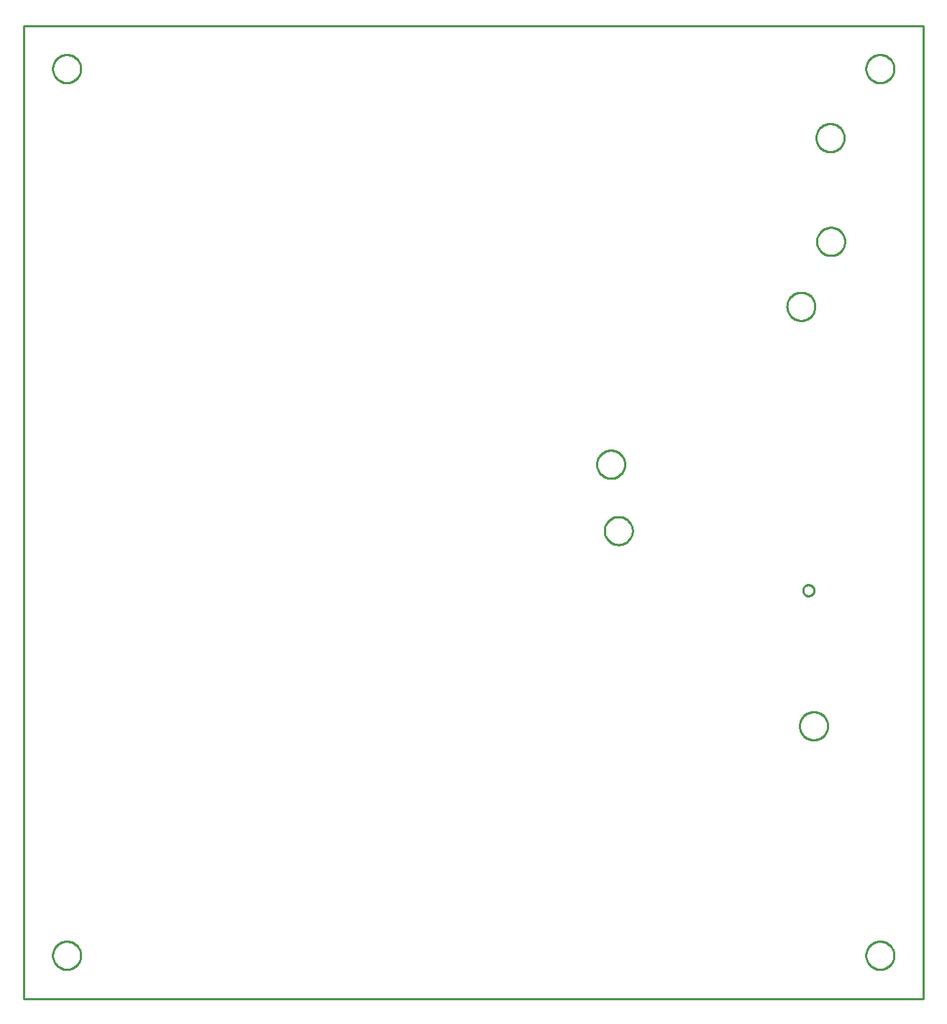
<source format=gbr>
G04 EAGLE Gerber RS-274X export*
G75*
%MOMM*%
%FSLAX34Y34*%
%LPD*%
%IN*%
%IPPOS*%
%AMOC8*
5,1,8,0,0,1.08239X$1,22.5*%
G01*
%ADD10C,0.254000*%


D10*
X-55880Y-53340D02*
X1003300Y-53340D01*
X1003300Y1092200D01*
X-55880Y1092200D01*
X-55880Y-53340D01*
X969010Y-3080D02*
X968939Y-4159D01*
X968798Y-5231D01*
X968587Y-6291D01*
X968308Y-7335D01*
X967960Y-8359D01*
X967546Y-9357D01*
X967068Y-10327D01*
X966528Y-11263D01*
X965927Y-12162D01*
X965269Y-13019D01*
X964557Y-13832D01*
X963792Y-14597D01*
X962979Y-15309D01*
X962122Y-15967D01*
X961223Y-16568D01*
X960287Y-17108D01*
X959317Y-17586D01*
X958319Y-18000D01*
X957295Y-18348D01*
X956251Y-18627D01*
X955191Y-18838D01*
X954119Y-18979D01*
X953040Y-19050D01*
X951960Y-19050D01*
X950881Y-18979D01*
X949809Y-18838D01*
X948749Y-18627D01*
X947705Y-18348D01*
X946681Y-18000D01*
X945683Y-17586D01*
X944713Y-17108D01*
X943777Y-16568D01*
X942878Y-15967D01*
X942021Y-15309D01*
X941208Y-14597D01*
X940444Y-13832D01*
X939731Y-13019D01*
X939073Y-12162D01*
X938472Y-11263D01*
X937932Y-10327D01*
X937454Y-9357D01*
X937040Y-8359D01*
X936692Y-7335D01*
X936413Y-6291D01*
X936202Y-5231D01*
X936061Y-4159D01*
X935990Y-3080D01*
X935990Y-2000D01*
X936061Y-921D01*
X936202Y151D01*
X936413Y1211D01*
X936692Y2255D01*
X937040Y3279D01*
X937454Y4277D01*
X937932Y5247D01*
X938472Y6183D01*
X939073Y7082D01*
X939731Y7939D01*
X940444Y8752D01*
X941208Y9517D01*
X942021Y10229D01*
X942878Y10887D01*
X943777Y11488D01*
X944713Y12028D01*
X945683Y12506D01*
X946681Y12920D01*
X947705Y13268D01*
X948749Y13547D01*
X949809Y13758D01*
X950881Y13899D01*
X951960Y13970D01*
X953040Y13970D01*
X954119Y13899D01*
X955191Y13758D01*
X956251Y13547D01*
X957295Y13268D01*
X958319Y12920D01*
X959317Y12506D01*
X960287Y12028D01*
X961223Y11488D01*
X962122Y10887D01*
X962979Y10229D01*
X963792Y9517D01*
X964557Y8752D01*
X965269Y7939D01*
X965927Y7082D01*
X966528Y6183D01*
X967068Y5247D01*
X967546Y4277D01*
X967960Y3279D01*
X968308Y2255D01*
X968587Y1211D01*
X968798Y151D01*
X968939Y-921D01*
X969010Y-2000D01*
X969010Y-3080D01*
X11430Y-3080D02*
X11359Y-4159D01*
X11218Y-5231D01*
X11007Y-6291D01*
X10728Y-7335D01*
X10380Y-8359D01*
X9966Y-9357D01*
X9488Y-10327D01*
X8948Y-11263D01*
X8347Y-12162D01*
X7689Y-13019D01*
X6977Y-13832D01*
X6212Y-14597D01*
X5399Y-15309D01*
X4542Y-15967D01*
X3643Y-16568D01*
X2707Y-17108D01*
X1737Y-17586D01*
X739Y-18000D01*
X-285Y-18348D01*
X-1329Y-18627D01*
X-2389Y-18838D01*
X-3461Y-18979D01*
X-4540Y-19050D01*
X-5620Y-19050D01*
X-6699Y-18979D01*
X-7771Y-18838D01*
X-8831Y-18627D01*
X-9875Y-18348D01*
X-10899Y-18000D01*
X-11897Y-17586D01*
X-12867Y-17108D01*
X-13803Y-16568D01*
X-14702Y-15967D01*
X-15559Y-15309D01*
X-16372Y-14597D01*
X-17137Y-13832D01*
X-17849Y-13019D01*
X-18507Y-12162D01*
X-19108Y-11263D01*
X-19648Y-10327D01*
X-20126Y-9357D01*
X-20540Y-8359D01*
X-20888Y-7335D01*
X-21167Y-6291D01*
X-21378Y-5231D01*
X-21519Y-4159D01*
X-21590Y-3080D01*
X-21590Y-2000D01*
X-21519Y-921D01*
X-21378Y151D01*
X-21167Y1211D01*
X-20888Y2255D01*
X-20540Y3279D01*
X-20126Y4277D01*
X-19648Y5247D01*
X-19108Y6183D01*
X-18507Y7082D01*
X-17849Y7939D01*
X-17137Y8752D01*
X-16372Y9517D01*
X-15559Y10229D01*
X-14702Y10887D01*
X-13803Y11488D01*
X-12867Y12028D01*
X-11897Y12506D01*
X-10899Y12920D01*
X-9875Y13268D01*
X-8831Y13547D01*
X-7771Y13758D01*
X-6699Y13899D01*
X-5620Y13970D01*
X-4540Y13970D01*
X-3461Y13899D01*
X-2389Y13758D01*
X-1329Y13547D01*
X-285Y13268D01*
X739Y12920D01*
X1737Y12506D01*
X2707Y12028D01*
X3643Y11488D01*
X4542Y10887D01*
X5399Y10229D01*
X6212Y9517D01*
X6977Y8752D01*
X7689Y7939D01*
X8347Y7082D01*
X8948Y6183D01*
X9488Y5247D01*
X9966Y4277D01*
X10380Y3279D01*
X10728Y2255D01*
X11007Y1211D01*
X11218Y151D01*
X11359Y-921D01*
X11430Y-2000D01*
X11430Y-3080D01*
X11430Y1040860D02*
X11359Y1039781D01*
X11218Y1038709D01*
X11007Y1037649D01*
X10728Y1036605D01*
X10380Y1035581D01*
X9966Y1034583D01*
X9488Y1033613D01*
X8948Y1032677D01*
X8347Y1031778D01*
X7689Y1030921D01*
X6977Y1030108D01*
X6212Y1029344D01*
X5399Y1028631D01*
X4542Y1027973D01*
X3643Y1027372D01*
X2707Y1026832D01*
X1737Y1026354D01*
X739Y1025940D01*
X-285Y1025592D01*
X-1329Y1025313D01*
X-2389Y1025102D01*
X-3461Y1024961D01*
X-4540Y1024890D01*
X-5620Y1024890D01*
X-6699Y1024961D01*
X-7771Y1025102D01*
X-8831Y1025313D01*
X-9875Y1025592D01*
X-10899Y1025940D01*
X-11897Y1026354D01*
X-12867Y1026832D01*
X-13803Y1027372D01*
X-14702Y1027973D01*
X-15559Y1028631D01*
X-16372Y1029344D01*
X-17137Y1030108D01*
X-17849Y1030921D01*
X-18507Y1031778D01*
X-19108Y1032677D01*
X-19648Y1033613D01*
X-20126Y1034583D01*
X-20540Y1035581D01*
X-20888Y1036605D01*
X-21167Y1037649D01*
X-21378Y1038709D01*
X-21519Y1039781D01*
X-21590Y1040860D01*
X-21590Y1041940D01*
X-21519Y1043019D01*
X-21378Y1044091D01*
X-21167Y1045151D01*
X-20888Y1046195D01*
X-20540Y1047219D01*
X-20126Y1048217D01*
X-19648Y1049187D01*
X-19108Y1050123D01*
X-18507Y1051022D01*
X-17849Y1051879D01*
X-17137Y1052692D01*
X-16372Y1053457D01*
X-15559Y1054169D01*
X-14702Y1054827D01*
X-13803Y1055428D01*
X-12867Y1055968D01*
X-11897Y1056446D01*
X-10899Y1056860D01*
X-9875Y1057208D01*
X-8831Y1057487D01*
X-7771Y1057698D01*
X-6699Y1057839D01*
X-5620Y1057910D01*
X-4540Y1057910D01*
X-3461Y1057839D01*
X-2389Y1057698D01*
X-1329Y1057487D01*
X-285Y1057208D01*
X739Y1056860D01*
X1737Y1056446D01*
X2707Y1055968D01*
X3643Y1055428D01*
X4542Y1054827D01*
X5399Y1054169D01*
X6212Y1053457D01*
X6977Y1052692D01*
X7689Y1051879D01*
X8347Y1051022D01*
X8948Y1050123D01*
X9488Y1049187D01*
X9966Y1048217D01*
X10380Y1047219D01*
X10728Y1046195D01*
X11007Y1045151D01*
X11218Y1044091D01*
X11359Y1043019D01*
X11430Y1041940D01*
X11430Y1040860D01*
X969010Y1040860D02*
X968939Y1039781D01*
X968798Y1038709D01*
X968587Y1037649D01*
X968308Y1036605D01*
X967960Y1035581D01*
X967546Y1034583D01*
X967068Y1033613D01*
X966528Y1032677D01*
X965927Y1031778D01*
X965269Y1030921D01*
X964557Y1030108D01*
X963792Y1029344D01*
X962979Y1028631D01*
X962122Y1027973D01*
X961223Y1027372D01*
X960287Y1026832D01*
X959317Y1026354D01*
X958319Y1025940D01*
X957295Y1025592D01*
X956251Y1025313D01*
X955191Y1025102D01*
X954119Y1024961D01*
X953040Y1024890D01*
X951960Y1024890D01*
X950881Y1024961D01*
X949809Y1025102D01*
X948749Y1025313D01*
X947705Y1025592D01*
X946681Y1025940D01*
X945683Y1026354D01*
X944713Y1026832D01*
X943777Y1027372D01*
X942878Y1027973D01*
X942021Y1028631D01*
X941208Y1029344D01*
X940444Y1030108D01*
X939731Y1030921D01*
X939073Y1031778D01*
X938472Y1032677D01*
X937932Y1033613D01*
X937454Y1034583D01*
X937040Y1035581D01*
X936692Y1036605D01*
X936413Y1037649D01*
X936202Y1038709D01*
X936061Y1039781D01*
X935990Y1040860D01*
X935990Y1041940D01*
X936061Y1043019D01*
X936202Y1044091D01*
X936413Y1045151D01*
X936692Y1046195D01*
X937040Y1047219D01*
X937454Y1048217D01*
X937932Y1049187D01*
X938472Y1050123D01*
X939073Y1051022D01*
X939731Y1051879D01*
X940444Y1052692D01*
X941208Y1053457D01*
X942021Y1054169D01*
X942878Y1054827D01*
X943777Y1055428D01*
X944713Y1055968D01*
X945683Y1056446D01*
X946681Y1056860D01*
X947705Y1057208D01*
X948749Y1057487D01*
X949809Y1057698D01*
X950881Y1057839D01*
X951960Y1057910D01*
X953040Y1057910D01*
X954119Y1057839D01*
X955191Y1057698D01*
X956251Y1057487D01*
X957295Y1057208D01*
X958319Y1056860D01*
X959317Y1056446D01*
X960287Y1055968D01*
X961223Y1055428D01*
X962122Y1054827D01*
X962979Y1054169D01*
X963792Y1053457D01*
X964557Y1052692D01*
X965269Y1051879D01*
X965927Y1051022D01*
X966528Y1050123D01*
X967068Y1049187D01*
X967546Y1048217D01*
X967960Y1047219D01*
X968308Y1046195D01*
X968587Y1045151D01*
X968798Y1044091D01*
X968939Y1043019D01*
X969010Y1041940D01*
X969010Y1040860D01*
X893286Y943610D02*
X892207Y943681D01*
X891135Y943822D01*
X890075Y944033D01*
X889031Y944312D01*
X888007Y944660D01*
X887009Y945074D01*
X886039Y945552D01*
X885103Y946092D01*
X884204Y946693D01*
X883347Y947351D01*
X882534Y948064D01*
X881770Y948828D01*
X881057Y949641D01*
X880399Y950498D01*
X879798Y951397D01*
X879258Y952333D01*
X878780Y953303D01*
X878366Y954301D01*
X878018Y955325D01*
X877739Y956369D01*
X877528Y957429D01*
X877387Y958501D01*
X877316Y959580D01*
X877316Y960660D01*
X877387Y961739D01*
X877528Y962811D01*
X877739Y963871D01*
X878018Y964915D01*
X878366Y965939D01*
X878780Y966937D01*
X879258Y967907D01*
X879798Y968843D01*
X880399Y969742D01*
X881057Y970599D01*
X881770Y971412D01*
X882534Y972177D01*
X883347Y972889D01*
X884204Y973547D01*
X885103Y974148D01*
X886039Y974688D01*
X887009Y975166D01*
X888007Y975580D01*
X889031Y975928D01*
X890075Y976207D01*
X891135Y976418D01*
X892207Y976559D01*
X893286Y976630D01*
X894366Y976630D01*
X895445Y976559D01*
X896517Y976418D01*
X897577Y976207D01*
X898621Y975928D01*
X899645Y975580D01*
X900643Y975166D01*
X901613Y974688D01*
X902549Y974148D01*
X903448Y973547D01*
X904305Y972889D01*
X905118Y972177D01*
X905883Y971412D01*
X906595Y970599D01*
X907253Y969742D01*
X907854Y968843D01*
X908394Y967907D01*
X908872Y966937D01*
X909286Y965939D01*
X909634Y964915D01*
X909913Y963871D01*
X910124Y962811D01*
X910265Y961739D01*
X910336Y960660D01*
X910336Y959580D01*
X910265Y958501D01*
X910124Y957429D01*
X909913Y956369D01*
X909634Y955325D01*
X909286Y954301D01*
X908872Y953303D01*
X908394Y952333D01*
X907854Y951397D01*
X907253Y950498D01*
X906595Y949641D01*
X905883Y948828D01*
X905118Y948064D01*
X904305Y947351D01*
X903448Y946693D01*
X902549Y946092D01*
X901613Y945552D01*
X900643Y945074D01*
X899645Y944660D01*
X898621Y944312D01*
X897577Y944033D01*
X896517Y943822D01*
X895445Y943681D01*
X894366Y943610D01*
X893286Y943610D01*
X894048Y821436D02*
X892969Y821507D01*
X891897Y821648D01*
X890837Y821859D01*
X889793Y822138D01*
X888769Y822486D01*
X887771Y822900D01*
X886801Y823378D01*
X885865Y823918D01*
X884966Y824519D01*
X884109Y825177D01*
X883296Y825890D01*
X882532Y826654D01*
X881819Y827467D01*
X881161Y828324D01*
X880560Y829223D01*
X880020Y830159D01*
X879542Y831129D01*
X879128Y832127D01*
X878780Y833151D01*
X878501Y834195D01*
X878290Y835255D01*
X878149Y836327D01*
X878078Y837406D01*
X878078Y838486D01*
X878149Y839565D01*
X878290Y840637D01*
X878501Y841697D01*
X878780Y842741D01*
X879128Y843765D01*
X879542Y844763D01*
X880020Y845733D01*
X880560Y846669D01*
X881161Y847568D01*
X881819Y848425D01*
X882532Y849238D01*
X883296Y850003D01*
X884109Y850715D01*
X884966Y851373D01*
X885865Y851974D01*
X886801Y852514D01*
X887771Y852992D01*
X888769Y853406D01*
X889793Y853754D01*
X890837Y854033D01*
X891897Y854244D01*
X892969Y854385D01*
X894048Y854456D01*
X895128Y854456D01*
X896207Y854385D01*
X897279Y854244D01*
X898339Y854033D01*
X899383Y853754D01*
X900407Y853406D01*
X901405Y852992D01*
X902375Y852514D01*
X903311Y851974D01*
X904210Y851373D01*
X905067Y850715D01*
X905880Y850003D01*
X906645Y849238D01*
X907357Y848425D01*
X908015Y847568D01*
X908616Y846669D01*
X909156Y845733D01*
X909634Y844763D01*
X910048Y843765D01*
X910396Y842741D01*
X910675Y841697D01*
X910886Y840637D01*
X911027Y839565D01*
X911098Y838486D01*
X911098Y837406D01*
X911027Y836327D01*
X910886Y835255D01*
X910675Y834195D01*
X910396Y833151D01*
X910048Y832127D01*
X909634Y831129D01*
X909156Y830159D01*
X908616Y829223D01*
X908015Y828324D01*
X907357Y827467D01*
X906645Y826654D01*
X905880Y825890D01*
X905067Y825177D01*
X904210Y824519D01*
X903311Y823918D01*
X902375Y823378D01*
X901405Y822900D01*
X900407Y822486D01*
X899383Y822138D01*
X898339Y821859D01*
X897279Y821648D01*
X896207Y821507D01*
X895128Y821436D01*
X894048Y821436D01*
X857865Y267079D02*
X857936Y266001D01*
X858077Y264930D01*
X858287Y263870D01*
X858567Y262827D01*
X858914Y261804D01*
X859328Y260806D01*
X859806Y259837D01*
X860346Y258901D01*
X860946Y258003D01*
X861604Y257146D01*
X862316Y256334D01*
X863080Y255570D01*
X863892Y254858D01*
X864749Y254200D01*
X865647Y253600D01*
X866583Y253060D01*
X867552Y252582D01*
X868550Y252168D01*
X869573Y251821D01*
X870616Y251541D01*
X871676Y251331D01*
X872747Y251190D01*
X873825Y251119D01*
X874905Y251119D01*
X875983Y251190D01*
X877054Y251331D01*
X878114Y251541D01*
X879157Y251821D01*
X880180Y252168D01*
X881178Y252582D01*
X882147Y253060D01*
X883083Y253600D01*
X883981Y254200D01*
X884838Y254858D01*
X885650Y255570D01*
X886414Y256334D01*
X887127Y257146D01*
X887784Y258003D01*
X888384Y258901D01*
X888925Y259837D01*
X889402Y260806D01*
X889816Y261804D01*
X890163Y262827D01*
X890443Y263870D01*
X890653Y264930D01*
X890794Y266001D01*
X890865Y267079D01*
X890865Y268159D01*
X890794Y269237D01*
X890653Y270308D01*
X890443Y271368D01*
X890163Y272411D01*
X889816Y273434D01*
X889402Y274432D01*
X888925Y275401D01*
X888384Y276337D01*
X887784Y277235D01*
X887127Y278092D01*
X886414Y278904D01*
X885650Y279668D01*
X884838Y280381D01*
X883981Y281038D01*
X883083Y281638D01*
X882147Y282179D01*
X881178Y282656D01*
X880180Y283070D01*
X879157Y283417D01*
X878114Y283697D01*
X877054Y283907D01*
X875983Y284048D01*
X874905Y284119D01*
X873825Y284119D01*
X872747Y284048D01*
X871676Y283907D01*
X870616Y283697D01*
X869573Y283417D01*
X868550Y283070D01*
X867552Y282656D01*
X866583Y282179D01*
X865647Y281638D01*
X864749Y281038D01*
X863892Y280381D01*
X863080Y279668D01*
X862316Y278904D01*
X861604Y278092D01*
X860946Y277235D01*
X860346Y276337D01*
X859806Y275401D01*
X859328Y274432D01*
X858914Y273434D01*
X858567Y272411D01*
X858287Y271368D01*
X858077Y270308D01*
X857936Y269237D01*
X857865Y268159D01*
X857865Y267079D01*
X628055Y496889D02*
X628126Y495811D01*
X628267Y494740D01*
X628477Y493680D01*
X628757Y492637D01*
X629104Y491614D01*
X629518Y490616D01*
X629996Y489647D01*
X630536Y488711D01*
X631136Y487813D01*
X631794Y486956D01*
X632506Y486144D01*
X633270Y485380D01*
X634082Y484668D01*
X634939Y484010D01*
X635837Y483410D01*
X636773Y482870D01*
X637742Y482392D01*
X638740Y481978D01*
X639763Y481631D01*
X640806Y481351D01*
X641866Y481141D01*
X642937Y481000D01*
X644015Y480929D01*
X645095Y480929D01*
X646173Y481000D01*
X647244Y481141D01*
X648304Y481351D01*
X649347Y481631D01*
X650370Y481978D01*
X651368Y482392D01*
X652337Y482870D01*
X653273Y483410D01*
X654171Y484010D01*
X655028Y484668D01*
X655840Y485380D01*
X656604Y486144D01*
X657317Y486956D01*
X657974Y487813D01*
X658574Y488711D01*
X659115Y489647D01*
X659592Y490616D01*
X660006Y491614D01*
X660353Y492637D01*
X660633Y493680D01*
X660843Y494740D01*
X660984Y495811D01*
X661055Y496889D01*
X661055Y497969D01*
X660984Y499047D01*
X660843Y500118D01*
X660633Y501178D01*
X660353Y502221D01*
X660006Y503244D01*
X659592Y504242D01*
X659115Y505211D01*
X658574Y506147D01*
X657974Y507045D01*
X657317Y507902D01*
X656604Y508714D01*
X655840Y509478D01*
X655028Y510191D01*
X654171Y510848D01*
X653273Y511448D01*
X652337Y511989D01*
X651368Y512466D01*
X650370Y512880D01*
X649347Y513227D01*
X648304Y513507D01*
X647244Y513717D01*
X646173Y513858D01*
X645095Y513929D01*
X644015Y513929D01*
X642937Y513858D01*
X641866Y513717D01*
X640806Y513507D01*
X639763Y513227D01*
X638740Y512880D01*
X637742Y512466D01*
X636773Y511989D01*
X635837Y511448D01*
X634939Y510848D01*
X634082Y510191D01*
X633270Y509478D01*
X632506Y508714D01*
X631794Y507902D01*
X631136Y507045D01*
X630536Y506147D01*
X629996Y505211D01*
X629518Y504242D01*
X629104Y503244D01*
X628757Y502221D01*
X628477Y501178D01*
X628267Y500118D01*
X628126Y499047D01*
X628055Y497969D01*
X628055Y496889D01*
X858483Y744989D02*
X859563Y744960D01*
X860643Y745002D01*
X861717Y745114D01*
X862782Y745296D01*
X863833Y745547D01*
X864865Y745866D01*
X865874Y746253D01*
X866855Y746704D01*
X867805Y747219D01*
X868719Y747794D01*
X869594Y748429D01*
X870425Y749119D01*
X871209Y749862D01*
X871943Y750654D01*
X872624Y751493D01*
X873248Y752375D01*
X873813Y753295D01*
X874317Y754251D01*
X874757Y755238D01*
X875132Y756251D01*
X875440Y757286D01*
X875679Y758340D01*
X875849Y759407D01*
X875949Y760482D01*
X875978Y761562D01*
X875937Y762642D01*
X875825Y763716D01*
X875643Y764781D01*
X875391Y765832D01*
X875072Y766864D01*
X874686Y767873D01*
X874234Y768854D01*
X873720Y769804D01*
X873144Y770718D01*
X872510Y771593D01*
X871820Y772424D01*
X871077Y773208D01*
X870284Y773942D01*
X869445Y774623D01*
X868563Y775247D01*
X867643Y775812D01*
X866687Y776316D01*
X865701Y776756D01*
X864687Y777131D01*
X863652Y777439D01*
X862598Y777678D01*
X861532Y777848D01*
X860456Y777948D01*
X859376Y777977D01*
X858296Y777936D01*
X857222Y777824D01*
X856157Y777642D01*
X855106Y777391D01*
X854074Y777071D01*
X853066Y776685D01*
X852084Y776233D01*
X851134Y775719D01*
X850220Y775143D01*
X849346Y774509D01*
X848514Y773819D01*
X847730Y773076D01*
X846996Y772283D01*
X846315Y771444D01*
X845691Y770563D01*
X845126Y769642D01*
X844622Y768686D01*
X844182Y767700D01*
X843807Y766687D01*
X843499Y765651D01*
X843260Y764598D01*
X843090Y763531D01*
X842990Y762455D01*
X842961Y761375D01*
X843003Y760296D01*
X843114Y759221D01*
X843297Y758156D01*
X843548Y757105D01*
X843867Y756074D01*
X844254Y755065D01*
X844705Y754083D01*
X845220Y753133D01*
X845795Y752219D01*
X846429Y751345D01*
X847120Y750513D01*
X847863Y749729D01*
X848655Y748995D01*
X849494Y748315D01*
X850376Y747690D01*
X851296Y747125D01*
X852252Y746621D01*
X853239Y746181D01*
X854252Y745806D01*
X855287Y745498D01*
X856341Y745259D01*
X857408Y745089D01*
X858483Y744989D01*
X634588Y559108D02*
X635668Y559079D01*
X636748Y559120D01*
X637822Y559232D01*
X638887Y559414D01*
X639938Y559665D01*
X640970Y559985D01*
X641979Y560371D01*
X642960Y560823D01*
X643910Y561337D01*
X644824Y561913D01*
X645699Y562547D01*
X646530Y563237D01*
X647314Y563980D01*
X648048Y564773D01*
X648729Y565612D01*
X649353Y566493D01*
X649918Y567414D01*
X650422Y568370D01*
X650862Y569356D01*
X651237Y570369D01*
X651545Y571405D01*
X651784Y572458D01*
X651954Y573525D01*
X652054Y574601D01*
X652083Y575681D01*
X652042Y576760D01*
X651930Y577835D01*
X651748Y578900D01*
X651496Y579951D01*
X651177Y580982D01*
X650791Y581991D01*
X650339Y582973D01*
X649824Y583923D01*
X649249Y584837D01*
X648615Y585711D01*
X647924Y586543D01*
X647182Y587327D01*
X646389Y588061D01*
X645550Y588741D01*
X644668Y589366D01*
X643748Y589931D01*
X642792Y590435D01*
X641805Y590875D01*
X640792Y591250D01*
X639757Y591558D01*
X638703Y591797D01*
X637636Y591967D01*
X636561Y592067D01*
X635481Y592096D01*
X634401Y592054D01*
X633327Y591942D01*
X632262Y591760D01*
X631211Y591509D01*
X630179Y591190D01*
X629170Y590803D01*
X628189Y590352D01*
X627239Y589837D01*
X626325Y589262D01*
X625450Y588627D01*
X624619Y587937D01*
X623835Y587194D01*
X623101Y586402D01*
X622420Y585563D01*
X621796Y584681D01*
X621231Y583761D01*
X620727Y582805D01*
X620287Y581818D01*
X619912Y580805D01*
X619604Y579770D01*
X619365Y578716D01*
X619195Y577649D01*
X619095Y576574D01*
X619066Y575494D01*
X619107Y574414D01*
X619219Y573340D01*
X619401Y572275D01*
X619653Y571224D01*
X619972Y570192D01*
X620358Y569183D01*
X620810Y568202D01*
X621324Y567252D01*
X621900Y566338D01*
X622534Y565463D01*
X623224Y564632D01*
X623967Y563848D01*
X624760Y563114D01*
X625599Y562433D01*
X626481Y561809D01*
X627401Y561244D01*
X628357Y560740D01*
X629343Y560300D01*
X630357Y559925D01*
X631392Y559617D01*
X632446Y559378D01*
X633512Y559208D01*
X634588Y559108D01*
X867915Y420728D02*
X867279Y420791D01*
X866653Y420915D01*
X866042Y421101D01*
X865452Y421345D01*
X864888Y421646D01*
X864357Y422001D01*
X863864Y422406D01*
X863412Y422858D01*
X863007Y423351D01*
X862652Y423882D01*
X862351Y424446D01*
X862107Y425036D01*
X861921Y425647D01*
X861797Y426273D01*
X861734Y426909D01*
X861734Y427547D01*
X861797Y428183D01*
X861921Y428809D01*
X862107Y429420D01*
X862351Y430010D01*
X862652Y430574D01*
X863007Y431105D01*
X863412Y431598D01*
X863864Y432050D01*
X864357Y432455D01*
X864888Y432810D01*
X865452Y433111D01*
X866042Y433355D01*
X866653Y433541D01*
X867279Y433665D01*
X867915Y433728D01*
X868553Y433728D01*
X869189Y433665D01*
X869815Y433541D01*
X870426Y433355D01*
X871016Y433111D01*
X871580Y432810D01*
X872111Y432455D01*
X872604Y432050D01*
X873056Y431598D01*
X873461Y431105D01*
X873816Y430574D01*
X874117Y430010D01*
X874361Y429420D01*
X874547Y428809D01*
X874671Y428183D01*
X874734Y427547D01*
X874734Y426909D01*
X874671Y426273D01*
X874547Y425647D01*
X874361Y425036D01*
X874117Y424446D01*
X873816Y423882D01*
X873461Y423351D01*
X873056Y422858D01*
X872604Y422406D01*
X872111Y422001D01*
X871580Y421646D01*
X871016Y421345D01*
X870426Y421101D01*
X869815Y420915D01*
X869189Y420791D01*
X868553Y420728D01*
X867915Y420728D01*
M02*

</source>
